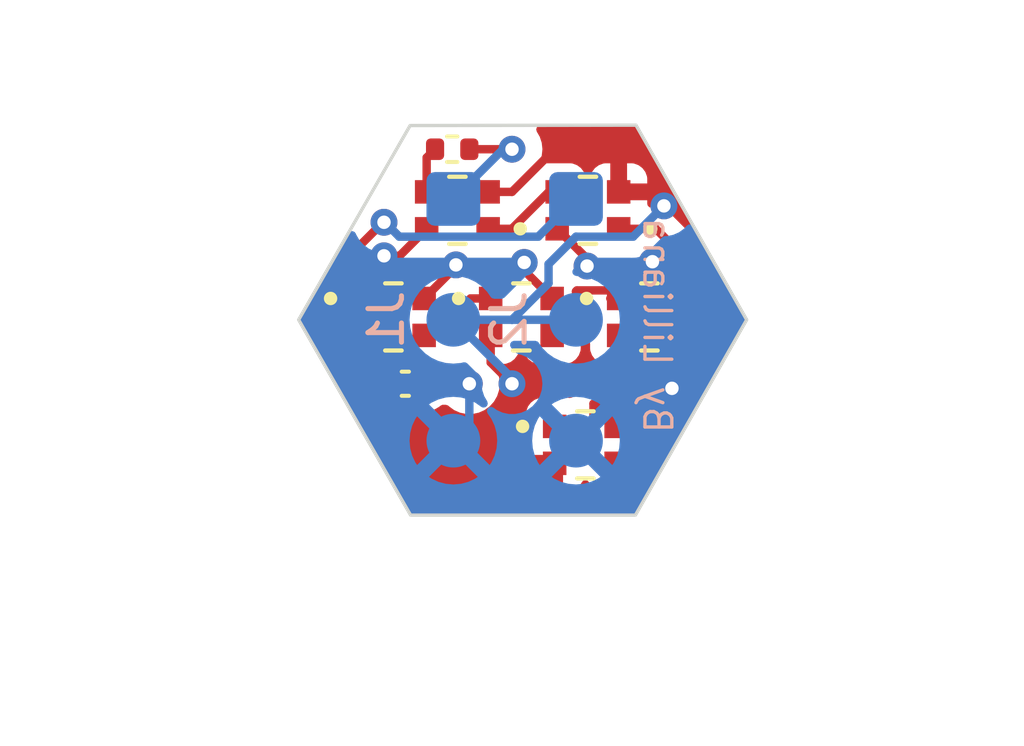
<source format=kicad_pcb>
(kicad_pcb (version 20221018) (generator pcbnew)
  (layers (0 "F.Cu" signal) (31 "B.Cu" signal) (34 "B.Paste" user) (35 "F.Paste" user) (36 "B.SilkS" user "B.Silkscreen") (37 "F.SilkS" user "F.Silkscreen") (38 "B.Mask" user) (39 "F.Mask" user) (44 "Edge.Cuts" user))
  (net 0 "")
  (net 1 "+5V")
  (net 2 "GND")
  (net 3 "Net-(J1-Pin_1)")
  (net 4 "Net-(U1-DI)")
  (net 5 "Net-(U1-DO)")
  (net 6 "Net-(U2-DO)")
  (net 7 "Net-(U3-DO)")
  (net 8 "Net-(U4-DO)")
  (net 9 "Net-(U5-DO)")
  (net 10 "Net-(J2-Pin_1)")
  (footprint "WS2812-2020:LED_WS2812-2020" (layer "F.Cu") (at 150.775 98.34)
    (fp_text reference "U1" hide)
    (fp_text value "WS2812-2020" hide)
    (fp_line (start 0.245 -1) (end -0.245 -1) (stroke (width 0.127)) (layer "F.SilkS"))
    (fp_line (start 0.245 1) (end -0.245 1) (stroke (width 0.127)) (layer "F.SilkS"))
    (fp_circle (center 1.87 0.55) (end 1.97 0.55) (stroke (width 0.2)) (fill none) (layer "F.SilkS"))
    (pad "1" smd rect (at 0.915 0.55) (size 0.7 0.7) (layers "F.Cu" "F.Paste" "F.Mask") (net 5 "Net-(U1-DO)"))
    (pad "2" smd rect (at 0.915 -0.55) (size 0.7 0.7) (layers "F.Cu" "F.Paste" "F.Mask") (net 2 "GND"))
    (pad "3" smd rect (at -0.915 -0.55) (size 0.7 0.7) (layers "F.Cu" "F.Paste" "F.Mask") (net 4 "Net-(U1-DI)"))
    (pad "4" smd rect (at -0.915 0.55) (size 0.7 0.7) (layers "F.Cu" "F.Paste" "F.Mask") (net 1 "+5V"))
  )
  (footprint "Capacitor_SMD:C_0402_1005Metric" (layer "F.Cu") (at 149.225 103.505 180)
    (fp_text reference "C1" hide)
    (fp_text value "C")
    (fp_line (start -0.107836 -0.36) (end 0.107836 -0.36) (stroke (width 0.12)) (layer "F.SilkS"))
    (fp_line (start -0.107836 0.36) (end 0.107836 0.36) (stroke (width 0.12)) (layer "F.SilkS"))
    (pad "1" smd roundrect (at -0.48 0 180) (size 0.56 0.62) (layers "F.Cu" "F.Paste" "F.Mask") (net 1 "+5V"))
    (pad "2" smd roundrect (at 0.48 0 180) (size 0.56 0.62) (layers "F.Cu" "F.Paste" "F.Mask") (net 2 "GND"))
  )
  (footprint "Resistor_SMD:R_0402_1005Metric" (layer "F.Cu") (at 150.62 96.52 180)
    (fp_text reference "R1" hide)
    (fp_text value "R" hide)
    (fp_line (start -0.153641 -0.38) (end 0.153641 -0.38) (stroke (width 0.12)) (layer "F.SilkS"))
    (fp_line (start -0.153641 0.38) (end 0.153641 0.38) (stroke (width 0.12)) (layer "F.SilkS"))
    (pad "1" smd roundrect (at -0.51 0 180) (size 0.54 0.64) (layers "F.Cu" "F.Paste" "F.Mask") (net 3 "Net-(J1-Pin_1)"))
    (pad "2" smd roundrect (at 0.51 0 180) (size 0.54 0.64) (layers "F.Cu" "F.Paste" "F.Mask") (net 4 "Net-(U1-DI)"))
  )
  (footprint "WS2812-2020:LED_WS2812-2020" (layer "F.Cu") (at 148.87 101.515 180)
    (fp_text reference "U6" hide)
    (fp_text value "WS2812-2020" hide)
    (fp_line (start 0.245 -1) (end -0.245 -1) (stroke (width 0.127)) (layer "F.SilkS"))
    (fp_line (start 0.245 1) (end -0.245 1) (stroke (width 0.127)) (layer "F.SilkS"))
    (fp_circle (center 1.87 0.55) (end 1.97 0.55) (stroke (width 0.2)) (fill none) (layer "F.SilkS"))
    (pad "1" smd rect (at 0.915 0.55 180) (size 0.7 0.7) (layers "F.Cu" "F.Paste" "F.Mask") (net 10 "Net-(J2-Pin_1)"))
    (pad "2" smd rect (at 0.915 -0.55 180) (size 0.7 0.7) (layers "F.Cu" "F.Paste" "F.Mask") (net 2 "GND"))
    (pad "3" smd rect (at -0.915 -0.55 180) (size 0.7 0.7) (layers "F.Cu" "F.Paste" "F.Mask") (net 9 "Net-(U5-DO)"))
    (pad "4" smd rect (at -0.915 0.55 180) (size 0.7 0.7) (layers "F.Cu" "F.Paste" "F.Mask") (net 1 "+5V"))
  )
  (footprint "WS2812-2020:LED_WS2812-2020" (layer "F.Cu") (at 156.49 101.515 180)
    (fp_text reference "U4" hide)
    (fp_text value "WS2812-2020" hide)
    (fp_line (start 0.245 -1) (end -0.245 -1) (stroke (width 0.127)) (layer "F.SilkS"))
    (fp_line (start 0.245 1) (end -0.245 1) (stroke (width 0.127)) (layer "F.SilkS"))
    (fp_circle (center 1.87 0.55) (end 1.97 0.55) (stroke (width 0.2)) (fill none) (layer "F.SilkS"))
    (pad "1" smd rect (at 0.915 0.55 180) (size 0.7 0.7) (layers "F.Cu" "F.Paste" "F.Mask") (net 8 "Net-(U4-DO)"))
    (pad "2" smd rect (at 0.915 -0.55 180) (size 0.7 0.7) (layers "F.Cu" "F.Paste" "F.Mask") (net 2 "GND"))
    (pad "3" smd rect (at -0.915 -0.55 180) (size 0.7 0.7) (layers "F.Cu" "F.Paste" "F.Mask") (net 7 "Net-(U3-DO)"))
    (pad "4" smd rect (at -0.915 0.55 180) (size 0.7 0.7) (layers "F.Cu" "F.Paste" "F.Mask") (net 1 "+5V"))
  )
  (footprint "WS2812-2020:LED_WS2812-2020" (layer "F.Cu") (at 154.585 105.325 180)
    (fp_text reference "U3" hide)
    (fp_text value "WS2812-2020" hide)
    (fp_line (start 0.245 -1) (end -0.245 -1) (stroke (width 0.127)) (layer "F.SilkS"))
    (fp_line (start 0.245 1) (end -0.245 1) (stroke (width 0.127)) (layer "F.SilkS"))
    (fp_circle (center 1.87 0.55) (end 1.97 0.55) (stroke (width 0.2)) (fill none) (layer "F.SilkS"))
    (pad "1" smd rect (at 0.915 0.55 180) (size 0.7 0.7) (layers "F.Cu" "F.Paste" "F.Mask") (net 7 "Net-(U3-DO)"))
    (pad "2" smd rect (at 0.915 -0.55 180) (size 0.7 0.7) (layers "F.Cu" "F.Paste" "F.Mask") (net 2 "GND"))
    (pad "3" smd rect (at -0.915 -0.55 180) (size 0.7 0.7) (layers "F.Cu" "F.Paste" "F.Mask") (net 6 "Net-(U2-DO)"))
    (pad "4" smd rect (at -0.915 0.55 180) (size 0.7 0.7) (layers "F.Cu" "F.Paste" "F.Mask") (net 1 "+5V"))
  )
  (footprint "WS2812-2020:LED_WS2812-2020" (layer "F.Cu") (at 154.66 98.34)
    (fp_text reference "U2" hide)
    (fp_text value "WS2812-2020" hide)
    (fp_line (start 0.245 -1) (end -0.245 -1) (stroke (width 0.127)) (layer "F.SilkS"))
    (fp_line (start 0.245 1) (end -0.245 1) (stroke (width 0.127)) (layer "F.SilkS"))
    (fp_circle (center 1.87 0.55) (end 1.97 0.55) (stroke (width 0.2)) (fill none) (layer "F.SilkS"))
    (pad "1" smd rect (at 0.915 0.55) (size 0.7 0.7) (layers "F.Cu" "F.Paste" "F.Mask") (net 6 "Net-(U2-DO)"))
    (pad "2" smd rect (at 0.915 -0.55) (size 0.7 0.7) (layers "F.Cu" "F.Paste" "F.Mask") (net 2 "GND"))
    (pad "3" smd rect (at -0.915 -0.55) (size 0.7 0.7) (layers "F.Cu" "F.Paste" "F.Mask") (net 5 "Net-(U1-DO)"))
    (pad "4" smd rect (at -0.915 0.55) (size 0.7 0.7) (layers "F.Cu" "F.Paste" "F.Mask") (net 1 "+5V"))
  )
  (footprint "WS2812-2020:LED_WS2812-2020" (layer "F.Cu") (at 152.68 101.515 180)
    (fp_text reference "U5" hide)
    (fp_text value "WS2812-2020" hide)
    (fp_line (start 0.245 -1) (end -0.245 -1) (stroke (width 0.127)) (layer "F.SilkS"))
    (fp_line (start 0.245 1) (end -0.245 1) (stroke (width 0.127)) (layer "F.SilkS"))
    (fp_circle (center 1.87 0.55) (end 1.97 0.55) (stroke (width 0.2)) (fill none) (layer "F.SilkS"))
    (pad "1" smd rect (at 0.915 0.55 180) (size 0.7 0.7) (layers "F.Cu" "F.Paste" "F.Mask") (net 9 "Net-(U5-DO)"))
    (pad "2" smd rect (at 0.915 -0.55 180) (size 0.7 0.7) (layers "F.Cu" "F.Paste" "F.Mask") (net 2 "GND"))
    (pad "3" smd rect (at -0.915 -0.55 180) (size 0.7 0.7) (layers "F.Cu" "F.Paste" "F.Mask") (net 8 "Net-(U4-DO)"))
    (pad "4" smd rect (at -0.915 0.55 180) (size 0.7 0.7) (layers "F.Cu" "F.Paste" "F.Mask") (net 1 "+5V"))
  )
  (footprint "Connector_Wire:SolderWire-0.1sqmm_1x03_P3.6mm_D0.4mm_OD1mm" (layer "B.Cu") (at 150.655 98 -90)
    (fp_text reference "J1" (at 3.6 2 90) (layer "B.SilkS") (effects (justify mirror)))
    (fp_text value "Conn_01x03_Socket" hide)
    (pad "1" connect roundrect (at 0 0 270) (size 1.6 1.6) (layers "B.Cu" "B.Mask") (roundrect_rratio 0.15625) (net 3 "Net-(J1-Pin_1)"))
    (pad "2" connect circle (at 3.6 0 270) (size 1.6 1.6) (layers "B.Cu" "B.Mask") (net 2 "GND"))
    (pad "3" connect circle (at 7.2 0) (size 1.6 1.6) (layers "B.Cu" "B.Mask") (net 1 "+5V"))
  )
  (footprint "Connector_Wire:SolderWire-0.1sqmm_1x03_P3.6mm_D0.4mm_OD1mm" (layer "B.Cu") (at 154.305 98 -90)
    (fp_text reference "J2" (at 3.6 2 90) (layer "B.SilkS") (effects (justify mirror)))
    (fp_text value "Conn_01x03_Socket" hide)
    (pad "1" connect roundrect (at 0 0 270) (size 1.6 1.6) (layers "B.Cu" "B.Mask") (roundrect_rratio 0.15625) (net 10 "Net-(J2-Pin_1)"))
    (pad "2" connect circle (at 3.6 0 270) (size 1.6 1.6) (layers "B.Cu" "B.Mask") (net 2 "GND"))
    (pad "3" connect circle (at 7.2 0 270) (size 1.6 1.6) (layers "B.Cu" "B.Mask") (net 1 "+5V"))
  )
  (gr_poly (pts (xy 156.090135 95.8037) (xy 159.385 101.6) (xy 156.073641 107.417544) (xy 149.381495 107.417544) (xy 146.05 101.6) (xy 149.367469 95.813765)) (stroke (width 0.1)) (fill none) (layer "Edge.Cuts"))
  (gr_text "By Lilliana\n" (at 156.253793 105.048706 270) (layer "B.SilkS") (effects (font (size 0.8 0.8) (thickness 0.1) bold) (justify left bottom mirror)))
  (segment (start 149.055 99.695) (end 149.86 98.89) (width 0.25) (layer "F.Cu") (net 1))
  (segment (start 154.633897 99.778897) (end 153.745 98.89) (width 0.25) (layer "F.Cu") (net 1))
  (segment (start 152.763055 99.891704) (end 152.763055 100.133055) (width 0.25) (layer "F.Cu") (net 1))
  (segment (start 157.405 100.965) (end 157.405 100.695196) (width 0.25) (layer "F.Cu") (net 1))
  (segment (start 156.027826 104.775) (end 155.5 104.775) (width 0.25) (layer "F.Cu") (net 1))
  (segment (start 157.160586 103.64224) (end 156.027826 104.775) (width 0.25) (layer "F.Cu") (net 1))
  (segment (start 150.730909 99.965066) (end 150.730909 100.019091) (width 0.25) (layer "F.Cu") (net 1))
  (segment (start 157.405 100.695196) (end 156.580004 99.8702) (width 0.25) (layer "F.Cu") (net 1))
  (segment (start 148.59 99.695) (end 149.055 99.695) (width 0.25) (layer "F.Cu") (net 1))
  (segment (start 152.763055 100.133055) (end 153.595 100.965) (width 0.25) (layer "F.Cu") (net 1))
  (segment (start 154.633897 99.999224) (end 154.633897 99.778897) (width 0.25) (layer "F.Cu") (net 1))
  (segment (start 150.730909 100.019091) (end 149.785 100.965) (width 0.25) (layer "F.Cu") (net 1))
  (segment (start 149.705 103.505) (end 151.13 103.505) (width 0.25) (layer "F.Cu") (net 1))
  (via (at 150.730909 99.965066) (size 0.8) (drill 0.4) (layers "F.Cu" "B.Cu") (net 1))
  (via (at 156.580004 99.8702) (size 0.8) (drill 0.4) (layers "F.Cu" "B.Cu") (net 1))
  (via (at 152.763055 99.891704) (size 0.8) (drill 0.4) (layers "F.Cu" "B.Cu") (net 1))
  (via (at 154.633897 99.999224) (size 0.8) (drill 0.4) (layers "F.Cu" "B.Cu") (net 1))
  (via (at 148.59 99.695) (size 0.8) (drill 0.4) (layers "F.Cu" "B.Cu") (net 1))
  (via (at 151.13 103.505) (size 0.8) (drill 0.4) (layers "F.Cu" "B.Cu") (net 1))
  (via (at 157.160586 103.64224) (size 0.8) (drill 0.4) (layers "F.Cu" "B.Cu") (net 1))
  (segment (start 151.13 103.505) (end 151.13 104.725) (width 0.25) (layer "B.Cu") (net 1))
  (segment (start 151.13 104.725) (end 150.655 105.2) (width 0.25) (layer "B.Cu") (net 1))
  (segment (start 152.4 97.79) (end 153.67 96.52) (width 0.25) (layer "F.Cu") (net 2))
  (segment (start 151.765 102.065) (end 151.765 102.87) (width 0.25) (layer "F.Cu") (net 2))
  (segment (start 151.765 102.87) (end 152.4 103.505) (width 0.25) (layer "F.Cu") (net 2))
  (segment (start 151.69 97.79) (end 152.4 97.79) (width 0.25) (layer "F.Cu") (net 2))
  (via (at 152.4 103.505) (size 0.8) (drill 0.4) (layers "F.Cu" "B.Cu") (net 2))
  (via (at 156.92228 98.207211) (size 0.8) (drill 0.4) (layers "F.Cu" "B.Cu") (net 2))
  (segment (start 153.488055 100.511945) (end 153.488055 99.941945) (width 0.25) (layer "B.Cu") (net 2))
  (segment (start 156.004491 99.125) (end 156.92228 98.207211) (width 0.25) (layer "B.Cu") (net 2))
  (segment (start 152.4 101.6) (end 153.488055 100.511945) (width 0.25) (layer "B.Cu") (net 2))
  (segment (start 150.655 101.6) (end 152.4 101.6) (width 0.25) (layer "B.Cu") (net 2))
  (segment (start 152.4 101.6) (end 154.305 101.6) (width 0.25) (layer "B.Cu") (net 2))
  (segment (start 150.655 101.6) (end 152.4 103.345) (width 0.25) (layer "B.Cu") (net 2))
  (segment (start 154.305 99.125) (end 156.004491 99.125) (width 0.25) (layer "B.Cu") (net 2))
  (segment (start 152.4 103.345) (end 152.4 103.505) (width 0.25) (layer "B.Cu") (net 2))
  (segment (start 153.488055 99.941945) (end 154.305 99.125) (width 0.25) (layer "B.Cu") (net 2))
  (segment (start 151.13 96.52) (end 152.4 96.52) (width 0.25) (layer "F.Cu") (net 3))
  (via (at 152.4 96.52) (size 0.8) (drill 0.4) (layers "F.Cu" "B.Cu") (net 3))
  (segment (start 152.4 96.52) (end 152.135 96.52) (width 0.25) (layer "B.Cu") (net 3))
  (segment (start 152.135 96.52) (end 150.655 98) (width 0.25) (layer "B.Cu") (net 3))
  (segment (start 149.86 97.79) (end 149.86 96.77) (width 0.25) (layer "F.Cu") (net 4))
  (segment (start 149.86 96.77) (end 150.11 96.52) (width 0.25) (layer "F.Cu") (net 4))
  (segment (start 153.495 97.79) (end 153.745 97.79) (width 0.25) (layer "F.Cu") (net 5))
  (segment (start 152.395 98.89) (end 153.495 97.79) (width 0.25) (layer "F.Cu") (net 5))
  (segment (start 151.69 98.89) (end 152.395 98.89) (width 0.25) (layer "F.Cu") (net 5))
  (segment (start 155.5 105.875) (end 155.75 105.875) (width 0.25) (layer "F.Cu") (net 6))
  (segment (start 158.08 102.675586) (end 158.08 100.29) (width 0.25) (layer "F.Cu") (net 6))
  (segment (start 157.460891 104.36724) (end 157.885586 103.942545) (width 0.25) (layer "F.Cu") (net 6))
  (segment (start 158.08 100.29) (end 156.68 98.89) (width 0.25) (layer "F.Cu") (net 6))
  (segment (start 157.885586 103.942545) (end 157.885586 102.87) (width 0.25) (layer "F.Cu") (net 6))
  (segment (start 155.75 105.875) (end 157.25776 104.36724) (width 0.25) (layer "F.Cu") (net 6))
  (segment (start 157.25776 104.36724) (end 157.460891 104.36724) (width 0.25) (layer "F.Cu") (net 6))
  (segment (start 157.885586 102.87) (end 158.08 102.675586) (width 0.25) (layer "F.Cu") (net 6))
  (segment (start 156.68 98.89) (end 155.575 98.89) (width 0.25) (layer "F.Cu") (net 6))
  (segment (start 157.405 102.065) (end 157.015 102.065) (width 0.25) (layer "F.Cu") (net 7))
  (segment (start 156.845 102.235) (end 156.845 102.91) (width 0.25) (layer "F.Cu") (net 7))
  (segment (start 154.825 104.775) (end 153.67 104.775) (width 0.25) (layer "F.Cu") (net 7))
  (segment (start 157.015 102.065) (end 156.845 102.235) (width 0.25) (layer "F.Cu") (net 7))
  (segment (start 155.655 104.1) (end 154.825 104.1) (width 0.25) (layer "F.Cu") (net 7))
  (segment (start 156.845 102.91) (end 155.655 104.1) (width 0.25) (layer "F.Cu") (net 7))
  (segment (start 154.825 104.1) (end 154.825 104.775) (width 0.25) (layer "F.Cu") (net 7))
  (segment (start 155.334224 100.724224) (end 154.333592 100.724224) (width 0.25) (layer "F.Cu") (net 8))
  (segment (start 154.305 100.752816) (end 154.305 101.605) (width 0.25) (layer "F.Cu") (net 8))
  (segment (start 155.575 100.965) (end 155.334224 100.724224) (width 0.25) (layer "F.Cu") (net 8))
  (segment (start 153.67 101.64) (end 153.595 101.715) (width 0.25) (layer "F.Cu") (net 8))
  (segment (start 154.333592 100.724224) (end 154.305 100.752816) (width 0.25) (layer "F.Cu") (net 8))
  (segment (start 155.575 100.965) (end 155.325 100.965) (width 0.25) (layer "F.Cu") (net 8))
  (segment (start 154.305 101.605) (end 154.27 101.64) (width 0.25) (layer "F.Cu") (net 8))
  (segment (start 154.27 101.64) (end 153.67 101.64) (width 0.25) (layer "F.Cu") (net 8))
  (segment (start 153.595 101.715) (end 153.595 102.065) (width 0.25) (layer "F.Cu") (net 8))
  (segment (start 151.765 100.965) (end 151.165 100.965) (width 0.25) (layer "F.Cu") (net 9))
  (segment (start 150.065 102.065) (end 149.785 102.065) (width 0.25) (layer "F.Cu") (net 9))
  (segment (start 151.165 100.965) (end 150.065 102.065) (width 0.25) (layer "F.Cu") (net 9))
  (segment (start 148.564198 98.695497) (end 147.28 99.979695) (width 0.25) (layer "F.Cu") (net 10))
  (segment (start 148.59 98.695497) (end 148.564198 98.695497) (width 0.25) (layer "F.Cu") (net 10))
  (segment (start 147.28 100.29) (end 147.955 100.965) (width 0.25) (layer "F.Cu") (net 10))
  (segment (start 147.28 99.979695) (end 147.28 100.29) (width 0.25) (layer "F.Cu") (net 10))
  (via (at 148.59 98.695497) (size 0.8) (drill 0.4) (layers "F.Cu" "B.Cu") (net 10))
  (segment (start 149.045305 99.125) (end 148.615802 98.695497) (width 0.25) (layer "B.Cu") (net 10))
  (segment (start 148.615802 98.695497) (end 148.59 98.695497) (width 0.25) (layer "B.Cu") (net 10))
  (segment (start 154.305 98) (end 153.18 99.125) (width 0.25) (layer "B.Cu") (net 10))
  (segment (start 153.18 99.125) (end 149.045305 99.125) (width 0.25) (layer "B.Cu") (net 10))
  (zone (net 2) (net_name "GND") (layer "F.Cu") (connect_pads (clearance 0.5)) (min_thickness 0.25) (fill yes (thermal_gap 0.5) (thermal_bridge_width 0.5))
    (polygon (pts (xy 167.64 104.14) (xy 158.75 92.075) (xy 144.145 92.71) (xy 137.16 109.22) (xy 156.845 114.3)))
  )
  (zone (net 1) (net_name "+5V") (layer "B.Cu") (priority 1) (connect_pads (clearance 0.5)) (min_thickness 0.25) (fill yes (thermal_gap 0.5) (thermal_bridge_width 0.5))
    (polygon (pts (xy 165.735 104.775) (xy 156.845 113.665) (xy 138.43 108.585) (xy 144.145 93.345) (xy 157.48 93.345)))
  )
)
</source>
